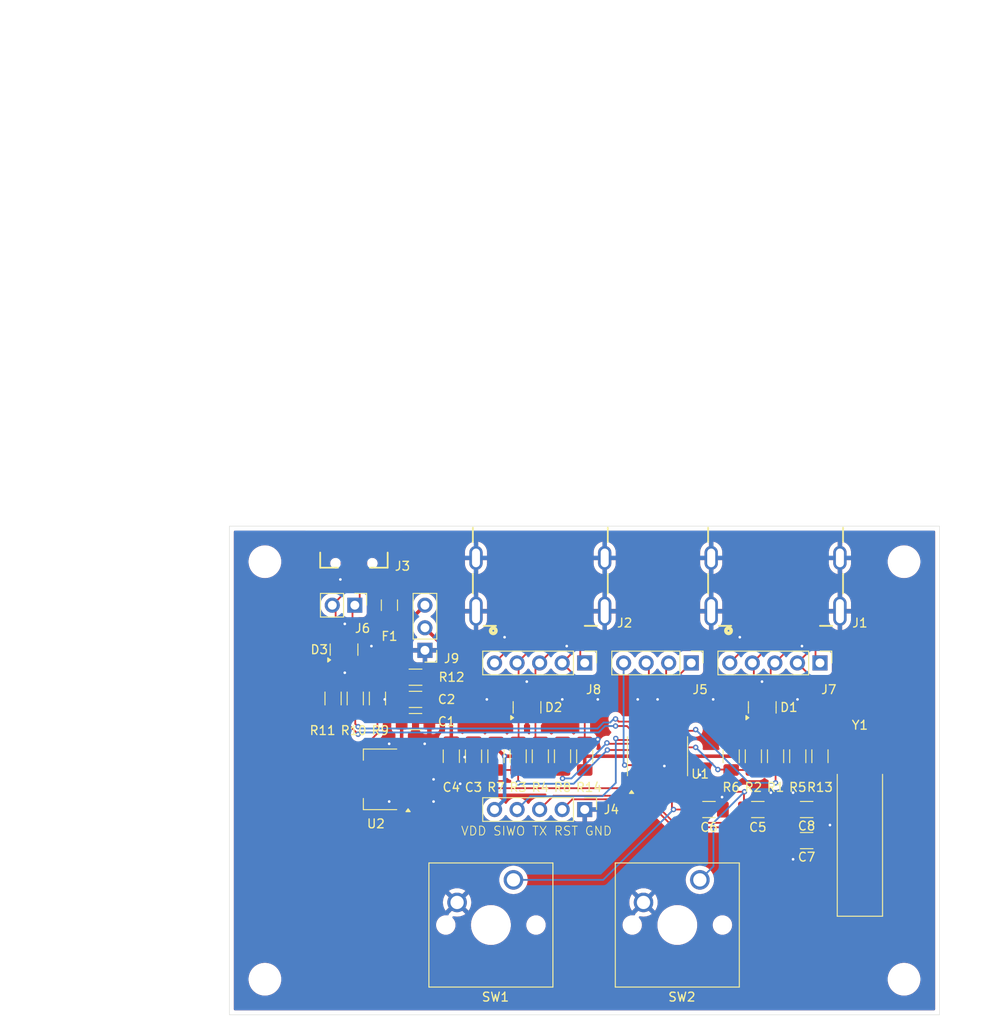
<source format=kicad_pcb>
(kicad_pcb (version 20240108) (generator "pcbnew") (generator_version "8.0")
  (layers (0 "F.Cu" signal) (31 "B.Cu" signal) (34 "B.Paste" user) (35 "F.Paste" user) (36 "B.SilkS" user "B.Silkscreen") (37 "F.SilkS" user "F.Silkscreen") (38 "B.Mask" user) (39 "F.Mask" user) (44 "Edge.Cuts" user))
  (property "SHEETTOTAL" "0")
  (net 0 "")
  (net 1 "+5V")
  (net 2 "GND")
  (net 3 "VDD")
  (net 4 "SW2")
  (net 5 "SW1")
  (net 6 "OSCI")
  (net 7 "OSCO")
  (net 8 "SCL1")
  (net 9 "SDA1")
  (net 10 "SCL2")
  (net 11 "D+")
  (net 12 "D-")
  (net 13 "Net-(J3-VBUS)")
  (net 15 "CEC1")
  (net 19 "PWR1")
  (net 22 "HPD1")
  (net 31 "HPD2")
  (net 34 "PWR2")
  (net 36 "CEC2")
  (net 39 "SWIO")
  (net 40 "NRST")
  (net 41 "TX")
  (net 42 "PC4")
  (net 43 "PD6")
  (net 44 "PC7")
  (net 45 "PC3")
  (net 46 "Net-(U1-PC1)")
  (net 47 "Net-(U1-PC2)")
  (net 48 "Net-(U1-PC5)")
  (net 49 "Net-(U1-PC6)")
  (net 50 "SDA2")
  (net 51 "/USB DPU")
  (net 52 "/USB D-")
  (net 53 "/USB D+")
  (footprint "Resistor_SMD:R_1206_3216Metric_Pad1.30x1.75mm_HandSolder" (layer "F.Cu") (at 135.528272 95.896728 -90)
    (property "Reference" "R8")
    (property "Value" "NC")
  )
  (footprint "Resistor_SMD:R_1206_3216Metric_Pad1.30x1.75mm_HandSolder" (layer "F.Cu") (at 130.528272 95.896728 -90)
    (property "Reference" "R3")
    (property "Value" "22R")
  )
  (footprint "Capacitor_SMD:C_1206_3216Metric_Pad1.33x1.80mm_HandSolder" (layer "F.Cu") (at 163.028272 101.896728 180)
    (property "Reference" "C8")
    (property "Value" "22p")
  )
  (footprint "Capacitor_SMD:C_1206_3216Metric_Pad1.33x1.80mm_HandSolder" (layer "F.Cu") (at 118.965772 89.5)
    (property "Reference" "C2")
    (property "Value" "1u")
  )
  (footprint "Connector_PinHeader_2.54mm:PinHeader_1x05_P2.54mm_Vertical" (layer "F.Cu") (at 164.528272 85.396728 -90)
    (property "Reference" "J7")
    (property "Value" "HDMI1")
  )
  (footprint "Crystal:Crystal_SMD_HC49-SD_HandSoldering" (layer "F.Cu") (at 169.028272 103.834228 90)
    (property "Reference" "Y1")
    (property "Value" "24 MHz")
  )
  (footprint "Button_Switch_Keyboard:SW_Cherry_MX_1.00u_PCB" (layer "F.Cu") (at 151 109.816728)
    (property "Reference" "SW2")
    (property "Value" "SW_Push")
  )
  (footprint "Resistor_SMD:R_1206_3216Metric_Pad1.30x1.75mm_HandSolder" (layer "F.Cu") (at 133.028272 95.896728 -90)
    (property "Reference" "R4")
    (property "Value" "22R")
  )
  (footprint "Resistor_SMD:R_1206_3216Metric_Pad1.30x1.75mm_HandSolder" (layer "F.Cu") (at 164.528272 95.896728 90)
    (property "Reference" "R13")
    (property "Value" "NC")
  )
  (footprint "685119134923:685119134923" (layer "F.Cu") (at 133.028272 80.371728 180)
    (property "Reference" "J2")
    (property "Value" "685119134923")
    (property "VALUE" "685119134923" (hide yes))
  )
  (footprint "Package_SO:TSSOP-20_4.4x6.5mm_P0.65mm" (layer "F.Cu") (at 146.228272 95.896728 90)
    (property "Reference" "U1")
    (property "Value" "CH32V003FxPx")
  )
  (footprint "Connector_PinHeader_2.54mm:PinHeader_1x05_P2.54mm_Vertical" (layer "F.Cu") (at 138.028272 85.396728 -90)
    (property "Reference" "J8")
    (property "Value" "HDMI2")
  )
  (footprint "685119134923:685119134923" (layer "F.Cu") (at 159.528272 80.371728 180)
    (property "Reference" "J1")
    (property "Value" "685119134923")
    (property "VALUE" "685119134923" (hide yes))
  )
  (footprint "MountingHole:MountingHole_3.2mm_M3" (layer "F.Cu") (at 174 121)
    (property "Reference" "REF**" (hide yes))
    (property "Value" "MountingHole_3.2mm_M3")
  )
  (footprint "Package_TO_SOT_SMD:SOT-23" (layer "F.Cu") (at 131.528272 90.396728 90)
    (property "Reference" "D2")
    (property "Value" "NUP2105L")
  )
  (footprint "Connector_PinHeader_2.54mm:PinHeader_1x05_P2.54mm_Vertical" (layer "F.Cu") (at 138.028272 101.896728 -90)
    (property "Reference" "J4")
    (property "Value" "Debug")
  )
  (footprint "Resistor_SMD:R_1206_3216Metric_Pad1.30x1.75mm_HandSolder" (layer "F.Cu") (at 157.028272 95.896728 90)
    (property "Reference" "R2")
    (property "Value" "22R")
  )
  (footprint "MountingHole:MountingHole_3.2mm_M3" (layer "F.Cu") (at 102 74)
    (property "Reference" "REF**" (hide yes))
    (property "Value" "MountingHole_3.2mm_M3")
  )
  (footprint "Resistor_SMD:R_1206_3216Metric_Pad1.30x1.75mm_HandSolder" (layer "F.Cu") (at 159.528272 95.896728 90)
    (property "Reference" "R1")
    (property "Value" "22R")
  )
  (footprint "Fuse:Fuse_1206_3216Metric_Pad1.42x1.75mm_HandSolder" (layer "F.Cu") (at 116.028272 78.896728 -90)
    (property "Reference" "F1")
    (property "Value" "Polyfuse")
  )
  (footprint "Resistor_SMD:R_1206_3216Metric_Pad1.30x1.75mm_HandSolder" (layer "F.Cu") (at 138.028272 95.896728 90)
    (property "Reference" "R14")
    (property "Value" "NC")
  )
  (footprint "Resistor_SMD:R_1206_3216Metric_Pad1.30x1.75mm_HandSolder" (layer "F.Cu") (at 114.678272 89.396728 -90)
    (property "Reference" "R9")
    (property "Value" "1K5")
  )
  (footprint "MountingHole:MountingHole_3.2mm_M3" (layer "F.Cu") (at 102 121)
    (property "Reference" "REF**" (hide yes))
    (property "Value" "MountingHole_3.2mm_M3")
  )
  (footprint "Capacitor_SMD:C_1206_3216Metric_Pad1.33x1.80mm_HandSolder" (layer "F.Cu") (at 152.028272 101.896728)
    (property "Reference" "C6")
    (property "Value" "1n")
  )
  (footprint "Resistor_SMD:R_1206_3216Metric_Pad1.30x1.75mm_HandSolder" (layer "F.Cu") (at 162.028272 95.896728 -90)
    (property "Reference" "R5")
    (property "Value" "NC")
  )
  (footprint "Capacitor_SMD:C_1206_3216Metric_Pad1.33x1.80mm_HandSolder" (layer "F.Cu") (at 123 95.896728 -90)
    (property "Reference" "C4")
    (property "Value" "1u")
  )
  (footprint "Connector_PinHeader_2.54mm:PinHeader_1x02_P2.54mm_Vertical" (layer "F.Cu") (at 112.128272 78.896728 -90)
    (property "Reference" "J6")
    (property "Value" "USB")
  )
  (footprint "Resistor_SMD:R_1206_3216Metric_Pad1.30x1.75mm_HandSolder" (layer "F.Cu") (at 118.965772 87)
    (property "Reference" "R12")
    (property "Value" "NC")
  )
  (footprint "Capacitor_SMD:C_1206_3216Metric_Pad1.33x1.80mm_HandSolder" (layer "F.Cu") (at 157.528272 101.896728)
    (property "Reference" "C5")
    (property "Value" "1n")
  )
  (footprint "Capacitor_SMD:C_1206_3216Metric_Pad1.33x1.80mm_HandSolder" (layer "F.Cu") (at 163.028272 105.396728 180)
    (property "Reference" "C7")
    (property "Value" "22p")
  )
  (footprint "629105136821:629105136821" (layer "F.Cu") (at 112.028272 72.071728 180)
    (property "Reference" "J3")
    (property "Value" "629105136821")
    (property "VALUE" "629105136821" (hide yes))
  )
  (footprint "Resistor_SMD:R_1206_3216Metric_Pad1.30x1.75mm_HandSolder" (layer "F.Cu") (at 112.178272 89.396728 -90)
    (property "Reference" "R10")
    (property "Value" "22R")
  )
  (footprint "MountingHole:MountingHole_3.2mm_M3" (layer "F.Cu") (at 174 74)
    (property "Reference" "REF**" (hide yes))
    (property "Value" "MountingHole_3.2mm_M3")
  )
  (footprint "Button_Switch_Keyboard:SW_Cherry_MX_1.00u_PCB" (layer "F.Cu") (at 130 109.816728)
    (property "Reference" "SW1")
    (property "Value" "SW_Push")
  )
  (footprint "Connector_PinHeader_2.54mm:PinHeader_1x03_P2.54mm_Vertical" (layer "F.Cu") (at 120.028272 83.976728 180)
    (property "Reference" "J9")
    (property "Value" "Power")
  )
  (footprint "Resistor_SMD:R_1206_3216Metric_Pad1.30x1.75mm_HandSolder" (layer "F.Cu") (at 128.028272 95.896728 -90)
    (property "Reference" "R7")
    (property "Value" "NC")
  )
  (footprint "Package_TO_SOT_SMD:SOT-23" (layer "F.Cu") (at 158.028272 90.396728 90)
    (property "Reference" "D1")
    (property "Value" "NUP2105L")
  )
  (footprint "Resistor_SMD:R_1206_3216Metric_Pad1.30x1.75mm_HandSolder" (layer "F.Cu") (at 154.528272 95.896728 -90)
    (property "Reference" "R6")
    (property "Value" "NC")
  )
  (footprint "Capacitor_SMD:C_1206_3216Metric_Pad1.33x1.80mm_HandSolder" (layer "F.Cu") (at 118.965772 92)
    (property "Reference" "C1")
    (property "Value" "10u")
  )
  (footprint "Package_TO_SOT_SMD:SOT-23" (layer "F.Cu") (at 110.915772 83.896728 90)
    (property "Reference" "D3")
    (property "Value" "NUP2105L")
  )
  (footprint "Resistor_SMD:R_1206_3216Metric_Pad1.30x1.75mm_HandSolder" (layer "F.Cu") (at 109.678272 89.396728 -90)
    (property "Reference" "R11")
    (property "Value" "22R")
  )
  (footprint "Capacitor_SMD:C_1206_3216Metric_Pad1.33x1.80mm_HandSolder" (layer "F.Cu") (at 125.5 95.896728 -90)
    (property "Reference" "C3")
    (property "Value" "10u")
  )
  (footprint "Package_TO_SOT_SMD:SOT-223-3_TabPin2" (layer "F.Cu") (at 115 98.5 180)
    (property "Reference" "U2")
    (property "Value" "TLV1117-33")
  )
  (footprint "Connector_PinHeader_2.54mm:PinHeader_1x04_P2.54mm_Vertical" (layer "F.Cu") (at 150.028272 85.396728 -90)
    (property "Reference" "J5")
    (property "Value" "GPIO")
  )
  (gr_rect (start 98 70) (end 178 125) (stroke (width 0.05)) (fill none) (layer "Edge.Cuts"))
  (gr_text "VDD SIWO TX RST GND" (at 124.028272 104.896728 0) (layer "F.SilkS") (effects (font (size 1 1) (thickness 0.1)) (justify left bottom)))
  (segment (start 116.028272 80.384228) (end 118.540772 80.384228) (width 0.4) (layer "F.Cu") (net 1))
  (segment (start 117.403272 92) (end 117.403272 89.5) (width 0.4) (layer "F.Cu") (net 1))
  (segment (start 117.303272 92.1) (end 117.403272 92) (width 0.4) (layer "F.Cu") (net 1))
  (segment (start 116.028272 80.384228) (end 116.028272 85.6125) (width 0.4) (layer "F.Cu") (net 1))
  (segment (start 117.403272 89.5) (end 117.403272 87.0125) (width 0.4) (layer "F.Cu") (net 1))
  (segment (start 117.403272 87.0125) (end 117.415772 87) (width 0.4) (layer "F.Cu") (net 1))
  (segment (start 117.403272 95.453272) (end 118.15 96.2) (width 0.4) (layer "F.Cu") (net 1))
  (segment (start 118.540772 80.384228) (end 120.028272 78.896728) (width 0.4) (layer "F.Cu") (net 1))
  (segment (start 116.028272 85.6125) (end 117.415772 87) (width 0.4) (layer "F.Cu") (net 1))
  (segment (start 117.403272 92.896728) (end 117.403272 95.453272) (width 0.4) (layer "F.Cu") (net 1))
  (segment (start 129.028272 80.371728) (end 129.028272 82.471728) (width 0.2) (layer "F.Cu") (net 2))
  (segment (start 132 82.5) (end 130.5 82.5) (width 0.2) (layer "F.Cu") (net 2))
  (segment (start 133.528272 80.371728) (end 133.528272 81.911728) (width 0.2) (layer "F.Cu") (net 2))
  (segment (start 163.028272 80.371728) (end 163.028272 82.971728) (width 0.2) (layer "F.Cu") (net 2))
  (segment (start 110.728272 74.396728) (end 110.718221 74.396728) (width 0.2) (layer "F.Cu") (net 2))
  (segment (start 157.028272 82.471728) (end 157 82.5) (width 0.2) (layer "F.Cu") (net 2))
  (segment (start 147.203272 97.203272) (end 147 97) (width 0.2) (layer "F.Cu") (net 2))
  (segment (start 110.728272 74.396728) (end 110.728272 71.821728) (width 0.4) (layer "F.Cu") (net 2))
  (segment (start 132.028272 80.371728) (end 132.028272 82.471728) (width 0.2) (layer "F.Cu") (net 2))
  (segment (start 130.528272 82.471728) (end 130.5 82.5) (width 0.2) (layer "F.Cu") (net 2))
  (segment (start 130.528272 80.371728) (end 130.528272 82.471728) (width 0.2) (layer "F.Cu") (net 2))
  (segment (start 110.728272 74.396728) (end 110.728272 75.771728) (width 0.4) (layer "F.Cu") (net 2))
  (segment (start 155.528272 80.371728) (end 155.528272 82.471728) (width 0.2) (layer "F.Cu") (net 2))
  (segment (start 157.028272 80.371728) (end 157.028272 82.471728) (width 0.2) (layer "F.Cu") (net 2))
  (segment (start 152.5 100.5) (end 152 101) (width 0.4) (layer "F.Cu") (net 2))
  (segment (start 132.94 82.5) (end 132 82.5) (width 0.2) (layer "F.Cu") (net 2))
  (segment (start 155.528272 82.471728) (end 155.5 82.5) (width 0.2) (layer "F.Cu") (net 2))
  (segment (start 129.028272 82.471728) (end 129 82.5) (width 0.2) (layer "F.Cu") (net 2))
  (segment (start 153.5 100.5) (end 153.5 101.805956) (width 0.4) (layer "F.Cu") (net 2))
  (segment (start 160.028272 81.911728) (end 159.44 82.5) (width 0.2) (layer "F.Cu") (net 2))
  (segment (start 159.44 82.5) (end 158.5 82.5) (width 0.2) (layer "F.Cu") (net 2))
  (segment (start 130.5 82.5) (end 129 82.5) (width 0.2) (layer "F.Cu") (net 2))
  (segment (start 147.203272 98.759228) (end 147.203272 97.203272) (width 0.2) (layer "F.Cu") (net 2))
  (segment (start 157 82.5) (end 155.5 82.5) (width 0.2) (layer "F.Cu") (net 2))
  (segment (start 158.5 82.5) (end 157 82.5) (width 0.2) (layer "F.Cu") (net 2))
  (segment (start 110.728272 71.821728) (end 110.828272 71.721728) (width 0.2) (layer "F.Cu") (net 2))
  (segment (start 163.028272 82.971728) (end 162.5 83.5) (width 0.2) (layer "F.Cu") (net 2))
  (segment (start 136.528272 80.371728) (end 136.528272 82.971728) (width 0.2) (layer "F.Cu") (net 2))
  (segment (start 158.528272 80.371728) (end 158.528272 82.471728) (width 0.2) (layer "F.Cu") (net 2))
  (segment (start 136.528272 82.971728) (end 136 83.5) (width 0.2) (layer "F.Cu") (net 2))
  (segment (start 132.028272 82.471728) (end 132 82.5) (width 0.2) (layer "F.Cu") (net 2))
  (segment (start 153.5 100.5) (end 152.5 100.5) (width 0.4) (layer "F.Cu") (net 2))
  (segment (start 110.728272 75.771728) (end 110.5 76) (width 0.4) (layer "F.Cu") (net 2))
  (segment (start 160.028272 80.371728) (end 160.028272 81.911728) (width 0.2) (layer "F.Cu") (net 2))
  (segment (start 158.528272 82.471728) (end 158.5 82.5) (width 0.2) (layer "F.Cu") (net 2))
  (segment (start 133.528272 81.911728) (end 132.94 82.5) (width 0.2) (layer "F.Cu") (net 2))
  (segment (start 153.5 101.805956) (end 153.590772 101.896728) (width 0.4) (layer "F.Cu") (net 2))
  (via (at 111 81) (size 0.6) (drill 0.3) (layers "F.Cu" "B.Cu") (net 2))
  (via (at 147 97) (size 0.6) (drill 0.3) (layers "F.Cu" "B.Cu") (net 2))
  (via (at 159 100) (size 0.6) (drill 0.3) (layers "F.Cu" "B.Cu") (net 2))
  (via (at 161.5 107.5) (size 0.6) (drill 0.3) (layers "F.Cu" "B.Cu") (net 2))
  (via (at 139.5 94) (size 0.6) (drill 0.3) (layers "F.Cu" "B.Cu") (net 2))
  (via (at 139.5 89.5) (size 0.6) (drill 0.3) (layers "F.Cu" "B.Cu") (net 2))
  (via (at 165.653982 103.645784) (size 0.6) (drill 0.3) (layers "F.Cu" "B.Cu") (net 2))
  (via (at 135.5 89.5) (size 0.6) (drill 0.3) (layers "F.Cu" "B.Cu") (net 2))
  (via (at 121 101) (size 0.6) (drill 0.3) (layers "F.Cu" "B.Cu") (net 2))
  (via (at 152.5 89.5) (size 0.6) (drill 0.3) (layers "F.Cu" "B.Cu") (net 2))
  (via (at 120 94.5) (size 0.6) (drill 0.3) (layers "F.Cu" "B.Cu") (net 2))
  (via (at 129 82.5) (size 0.6) (drill 0.3) (layers "F.Cu" "B.Cu") (net 2))
  (via (at 114 83.5) (size 0.6) (drill 0.3) (layers "F.Cu" "B.Cu") (net 2))
  (via (at 144 89.5) (size 0.6) (drill 0.3) (layers "F.Cu" "B.Cu") (net 2))
  (via (at 116 94.5) (size 0.6) (drill 0.3) (layers "F.Cu" "B.Cu") (net 2))
  (via (at 146.236807 89.5) (size 0.6) (drill 0.3) (layers "F.Cu" "B.Cu") (net 2))
  (via (at 110.5 76) (size 0.6) (drill 0.3) (layers "F.Cu" "B.Cu") (net 2))
  (via (at 116 101) (size 0.6) (drill 0.3) (layers "F.Cu" "B.Cu") (net 2))
  (via (at 115.5 89.5) (size 0.6) (drill 0.3) (layers "F.Cu" "B.Cu") (net 2))
  (via (at 111 86.5) (size 0.6) (drill 0.3) (layers "F.Cu" "B.Cu") (net 2))
  (via (at 124 99) (size 0.6) (drill 0.3) (layers "F.Cu" "B.Cu") (net 2))
  (via (at 124.5 96) (size 0.6) (drill 0.3) (layers "F.Cu" "B.Cu") (net 2))
  (via (at 162 89.5) (size 0.6) (drill 0.3) (layers "F.Cu" "B.Cu") (net 2))
  (via (at 162.5 83.5) (size 0.6) (drill 0.3) (layers "F.Cu" "B.Cu") (net 2))
  (via (at 151 98) (size 0.6) (drill 0.3) (layers "F.Cu" "B.Cu") (net 2))
  (via (at 121 98.5) (size 0.6) (drill 0.3) (layers "F.Cu" "B.Cu") (net 2))
  (via (at 161.5 100) (size 0.6) (drill 0.3) (layers "F.Cu" "B.Cu") (net 2))
  (via (at 153.5 100.5) (size 0.6) (drill 0.3) (layers "F.Cu" "B.Cu") (net 2))
  (via (at 131.5 87.5) (size 0.6) (drill 0.3) (layers "F.Cu" "B.Cu") (net 2))
  (via (at 127 89.5) (size 0.6) (drill 0.3) (layers "F.Cu" "B.Cu") (net 2))
  (via (at 158 87.5) (size 0.6) (drill 0.3) (layers "F.Cu" "B.Cu") (net 2))
  (via (at 155.5 82.5) (size 0.6) (drill 0.3) (layers "F.Cu" "B.Cu") (net 2))
  (via (at 136 83.5) (size 0.6) (drill 0.3) (layers "F.Cu" "B.Cu") (net 2))
  (segment (start 125.5 94.334228) (end 128.015772 94.334228) (width 0.4) (layer "F.Cu") (net 3))
  (segment (start 148.503272 98.759228) (end 148.503272 95.921728) (width 0.4) (layer "F.Cu") (net 3))
  (segment (start 135.528272 94.346728) (end 135.528272 95.896728) (width 0.4) (layer "F.Cu") (net 3))
  (segment (start 120.515772 87) (end 123 87) (width 0.4) (layer "F.Cu") (net 3))
  (segment (start 138.028272 95.896728) (end 148.528272 95.896728) (width 0.4) (layer "F.Cu") (net 3))
  (segment (start 162.028272 95.896728) (end 162.978272 95.896728) (width 0.4) (layer "F.Cu") (net 3))
  (segment (start 154.528272 95.896728) (end 162.028272 95.896728) (width 0.4) (layer "F.Cu") (net 3))
  (segment (start 135.528272 95.896728) (end 138.028272 95.896728) (width 0.4) (layer "F.Cu") (net 3))
  (segment (start 128.028272 94.346728) (end 128.028272 94.925) (width 0.4) (layer "F.Cu") (net 3))
  (segment (start 123 87) (end 123 84.408456) (width 0.4) (layer "F.Cu") (net 3))
  (segment (start 123 94.334228) (end 125.5 94.334228) (width 0.4) (layer "F.Cu") (net 3))
  (segment (start 129 95.896728) (end 135.528272 95.896728) (width 0.4) (layer "F.Cu") (net 3))
  (segment (start 123 94.334228) (end 123 87) (width 0.4) (layer "F.Cu") (net 3))
  (segment (start 138.028272 97.446728) (end 138.028272 95.896728) (width 0.4) (layer "F.Cu") (net 3))
  (segment (start 118.834228 98.5) (end 123 94.334228) (width 0.4) (layer "F.Cu") (net 3))
  (segment (start 128.028272 94.925) (end 129 95.896728) (width 0.4) (layer "F.Cu") (net 3))
  (segment (start 154.528272 94.346728) (end 154.528272 95.896728) (width 0.4) (layer "F.Cu") (net 3))
  (segment (start 118.15 98.5) (end 118.834228 98.5) (width 0.4) (layer "F.Cu") (net 3))
  (segment (start 162.028272 94.346728) (end 162.028272 95.896728) (width 0.4) (layer "F.Cu") (net 3))
  (segment (start 123 84.408456) (end 120.028272 81.436728) (width 0.4) (layer "F.Cu") (net 3))
  (segment (start 148.503272 95.921728) (end 148.528272 95.896728) (width 0.4) (layer "F.Cu") (net 3))
  (segment (start 148.528272 95.896728) (end 154.528272 95.896728) (width 0.4) (layer "F.Cu") (net 3))
  (segment (start 111.85 98.5) (end 118.15 98.5) (width 0.4) (layer "F.Cu") (net 3))
  (segment (start 162.978272 95.896728) (end 164.528272 97.446728) (width 0.4) (layer "F.Cu") (net 3))
  (segment (start 128.015772 94.334228) (end 128.028272 94.346728) (width 0.4) (layer "F.Cu") (net 3))
  (via (at 129 95.896728) (size 0.6) (drill 0.3) (layers "F.Cu" "B.Cu") (net 3))
  (segment (start 127.868272 101.896728) (end 129 100.765) (width 0.4) (layer "B.Cu") (net 3))
  (segment (start 129 100.765) (end 129 95.896728) (width 0.4) (layer "B.Cu") (net 3))
  (segment (start 155.965772 101.896728) (end 155.965772 99.959228) (width 0.2) (layer "F.Cu") (net 4))
  (segment (start 155.965772 99.959228) (end 156.028272 99.896728) (width 0.2) (layer "F.Cu") (net 4))
  (segment (start 150.290772 99.896728) (end 149.153272 98.759228) (width 0.2) (layer "F.Cu") (net 4))
  (segment (start 156.028272 99.896728) (end 150.290772 99.896728) (width 0.2) (layer "F.Cu") (net 4))
  (via (at 156.028272 99.896728) (size 0.6) (drill 0.3) (layers "F.Cu" "B.Cu") (net 4))
  (segment (start 151 109.816728) (end 152.528272 108.288456) (width 0.2) (layer "B.Cu") (net 4))
  (segment (start 152.528272 103.396728) (end 156.028272 99.896728) (width 0.2) (layer "B.Cu") (net 4))
  (segment (start 152.528272 108.288456) (end 152.528272 103.396728) (width 0.2) (layer "B.Cu") (net 4))
  (segment (start 150.465772 101.896728) (end 148.028272 101.896728) (width 0.2) (layer "F.Cu") (net 5))
  (segment (start 147.853272 101.721728) (end 147.853272 98.759228) (width 0.2) (layer "F.Cu") (net 5))
  (segment (start 148.028272 101.896728) (end 147.853272 101.721728) (width 0.2) (layer "F.Cu") (net 5))
  (via (at 148.028272 101.896728) (size 0.6) (drill 0.3) (layers "F.Cu" "B.Cu") (net 5))
  (segment (start 130 109.816728) (end 140.108272 109.816728) (width 0.2) (layer "B.Cu") (net 5))
  (segment (start 140.108272 109.816728) (end 148.028272 101.896728) (width 0.2) (layer "B.Cu") (net 5))
  (segment (start 169.028272 109.771728) (end 169.028272 106.396728) (width 0.2) (layer "F.Cu") (net 6))
  (segment (start 148.028272 103.896728) (end 145.903272 101.771728) (width 0.2) (layer "F.Cu") (net 6))
  (segment (start 164.590772 105.396728) (end 163.090772 103.896728) (width 0.2) (layer "F.Cu") (net 6))
  (segment (start 169.028272 106.396728) (end 165.590772 106.396728) (width 0.2) (layer "F.Cu") (net 6))
  (segment (start 163.090772 103.896728) (end 148.028272 103.896728) (width 0.2) (layer "F.Cu") (net 6))
  (segment (start 165.590772 106.396728) (end 164.590772 105.396728) (width 0.2) (layer "F.Cu") (net 6))
  (segment (start 145.903272 101.771728) (end 145.903272 98.759228) (width 0.2) (layer "F.Cu") (net 6))
  (segment (start 148.093958 103.396728) (end 146.553272 101.856042) (width 0.2) (layer "F.Cu") (net 7))
  (segment (start 164.590772 101.896728) (end 163.090772 103.396728) (width 0.2) (layer "F.Cu") (net 7))
  (segment (start 163.090772 103.396728) (end 148.093958 103.396728) (width 0.2) (layer "F.Cu") (net 7))
  (segment (start 146.553272 101.856042) (end 146.553272 98.759228) (width 0.2) (layer "F.Cu") (net 7))
  (segment (start 165.090772 101.396728) (end 164.590772 101.896728) (width 0.2) (layer "F.Cu") (net 7))
  (segment (start 169.028272 101.396728) (end 165.090772 101.396728) (width 0.2) (layer "F.Cu") (net 7))
  (segment (start 169.028272 97.896728) (end 169.028272 101.396728) (width 0.2) (layer "F.Cu") (net 7))
  (segment (start 157.078272 91.334228) (end 157.078272 94.296728) (width 0.2) (layer "F.Cu") (net 8))
  (segment (start 157.078272 91.334228) (end 157.078272 85.566728) (width 0.2) (layer "F.Cu") (net 8))
  (segment (start 158.508272 83.796728) (end 156.908272 85.396728) (width 0.2) (layer "F.Cu") (net 8))
  (segment (start 157.078272 94.296728) (end 157.028272 94.346728) (width 0.2) (layer "F.Cu") (net 8))
  (segment (start 162.028272 80.371728) (end 162.028272 81.911728) (width 0.2) (layer "F.Cu") (net 8))
  (segment (start 157.078272 85.566728) (end 156.908272 85.396728) (width 0.2) (layer "F.Cu") (net 8))
  (segment (start 160.143272 83.796728) (end 158.508272 83.796728) (width 0.2) (layer "F.Cu") (net 8))
  (segment (start 162.028272 81.911728) (end 160.143272 83.796728) (width 0.2) (layer "F.Cu") (net 8))
  (segment (start 158.978272 93.796728) (end 159.528272 94.346728) (width 0.2) (layer "F.Cu") (net 9))
  (segment (start 158.978272 91.334228) (end 158.978272 93.796728) (width 0.2) (layer "F.Cu") (net 9))
  (segment (start 158.978272 91.334228) (end 158.978272 85.866728) (width 0.2) (layer "F.Cu") (net 9))
  (segment (start 162.528272 82.316728) (end 159.448272 85.396728) (width 0.2) (layer "F.Cu") (net 9))
  (segment (start 158.978272 85.866728) (end 159.448272 85.396728) (width 0.2) (layer "F.Cu") (net 9))
  (segment (start 162.528272 80.371728) (end 162.528272 82.316728) (width 0.2) (layer "F.Cu") (net 9))
  (segment (start 133.543272 83.896728) (end 131.908272 83.896728) (width 0.2) (layer "F.Cu") (net 10))
  (segment (start 135.528272 81.911728) (end 133.543272 83.896728) (width 0.2) (layer "F.Cu") (net 10))
  (segment (start 131.908272 83.896728) (end 130.408272 85.396728) (width 0.2) (layer "F.Cu") (net 10))
  (segment (start 135.528272 80.371728) (end 135.528272 81.911728) (width 0.2) (layer "F.Cu") (net 10))
  (segment (start 130.578272 91.334228) (end 130.578272 85.566728) (width 0.2) (layer "F.Cu") (net 10))
  (segment (start 130.578272 94.296728) (end 130.528272 94.346728) (width 0.2) (layer "F.Cu") (net 10))
  (segment (start 130.578272 91.334228) (end 130.578272 94.296728) (width 0.2) (layer "F.Cu") (net 10))
  (segment (start 130.578272 85.566728) (end 130.408272 85.396728) (width 0.2) (layer "F.Cu") (net 10))
  (segment (start 109.965772 84.834228) (end 109.965772 79.274228) (width 0.2) (layer "F.Cu") (net 11))
  (segment (start 109.965772 79.274228) (end 109.588272 78.896728) (width 0.2) (layer "F.Cu") (net 11))
  (segment (start 109.563272 79.221728) (end 109.563272 79.281728) (width 0.2) (layer "F.Cu") (net 11))
  (segment (start 112.028272 76.456728) (end 109.588272 78.896728) (width 0.2) (layer "F.Cu") (net 11))
  (segment (start 112.028272 74.396728) (end 112.028272 76.456728) (width 0.2) (layer "F.Cu") (net 11))
  (segment (start 109.965772 87.559228) (end 109.678272 87.846728) (width 0.2) (layer "F.Cu") (net 11))
  (segment (start 109.965772 84.834228) (end 109.965772 87.559228) (width 0.2) (layer "F.Cu") (net 11))
  (segment (start 111.865772 84.834228) (end 111.865772 87.534228) (width 0.2) (layer "F.Cu") (net 12))
  (segment (start 111.865772 87.534228) (end 112.178272 87.846728) (width 0.2) (layer "F.Cu") (net 12))
  (segment (start 111.865772 79.159228) (end 112.128272 78.896728) (width 0.2) (layer "F.Cu") (net 12))
  (segment (start 112.678272 78.346728) (end 112.128272 78.896728) (width 0.2) (layer "F.Cu") (net 12))
  (segment (start 111.865772 84.834228) (end 111.865772 79.159228) (width 0.2) (layer "F.Cu") (net 12))
  (segment (start 111.865772 79.459228) (end 112.103272 79.221728) (width 0.2) (layer "F.Cu") (net 12))
  (segment (start 112.678272 74.396728) (end 112.678272 78.346728) (width 0.2) (layer "F.Cu") (net 12))
  (segment (start 112.178272 87.846728) (end 114.678272 87.846728) (width 0.2) (layer "F.Cu") (net 12))
  (segment (start 113.328272 75.371728) (end 115.365772 77.409228) (width 0.4) (layer "F.Cu") (net 13))
  (segment (start 115.365772 77.409228) (end 116.028272 77.409228) (width 0.4) (layer "F.Cu") (net 13))
  (segment (start 113.328272 74.396728) (end 113.328272 75.371728) (width 0.4) (layer "F.Cu") (net 13))
  (segment (start 161.028272 80.371728) (end 161.028272 81.911728) (width 0.2) (layer "F.Cu") (net 15))
  (segment (start 161.028272 81.911728) (end 159.543272 83.396728) (width 0.2) (layer "F.Cu") (net 15))
  (segment (start 159.543272 83.396728) (end 156.368272 83.396728) (width 0.2) (layer "F.Cu") (net 15))
  (segment (start 156.368272 83.396728) (end 154.368272 85.396728) (width 0.2) (layer "F.Cu") (net 15))
  (segment (start 163.528272 80.371728) (end 163.528272 83.856728) (width 0.2) (layer "F.Cu") (net 19))
  (segment (start 164.528272 87.936728) (end 161.988272 85.396728) (width 0.2) (layer "F.Cu") (net 19))
  (segment (start 164.528272 94.346728) (end 164.528272 87.936728) (width 0.2) (layer "F.Cu") (net 19))
  (segment (start 163.528272 83.856728) (end 161.988272 85.396728) (width 0.2) (layer "F.Cu") (net 19))
  (segment (start 164.028272 80.371728) (end 164.028272 84.896728) (width 0.2) (layer "F.Cu") (net 22))
  (segment (start 164.028272 84.896728) (end 164.528272 85.396728) (width 0.2) (layer "F.Cu") (net 22))
  (segment (start 137.528272 84.896728) (end 138.028272 85.396728) (width 0.2) (layer "F.Cu") (net 31))
  (segment (start 137.528272 80.371728) (end 137.528272 84.896728) (width 0.2) (layer "F.Cu") (net 31))
  (segment (start 138.028272 94.346728) (end 138.028272 87.936728) (width 0.2) (layer "F.Cu") (net 34))
  (segment (start 136.508272 84.376728) (end 135.488272 85.396728) (width 0.2) (layer "F.Cu") (net 34))
  (segment (start 137.028272 83.856728) (end 136.508272 84.376728) (width 0.2) (layer "F.Cu") (net 34))
  (segment (start 138.028272 87.936728) (end 135.488272 85.396728) (width 0.2) (layer "F.Cu") (net 34))
  (segment (start 137.028272 80.371728) (end 137.028272 83.856728) (width 0.2) (layer "F.Cu") (net 34))
  (segment (start 134.528272 80.371728) (end 134.528272 81.911728) (width 0.2) (layer "F.Cu") (net 36))
  (segment (start 133.043272 83.396728) (end 129.868272 83.396728) (width 0.2) (layer "F.Cu") (net 36))
  (segment (start 129.868272 83.396728) (end 127.868272 85.396728) (width 0.2) (layer "F.Cu") (net 36))
  (segment (start 134.528272 81.911728) (end 133.043272 83.396728) (width 0.2) (layer "F.Cu") (net 36))
  (segment (start 144.303271 94.071728) (end 144.603272 93.771727) (width 0.2) (layer "F.Cu") (net 39))
  (segment (start 141.703272 94.071728) (end 144.303271 94.071728) (width 0.2) (layer "F.Cu") (net 39))
  (segment (start 141.528272 93.896728) (end 141.703272 94.071728) (width 0.2) (layer "F.Cu") (net 39))
  (segment (start 144.603272 93.771727) (end 144.603272 93.034228) (width 0.2) (layer "F.Cu") (net 39))
  (via (at 141.528272 93.896728) (size 0.6) (drill 0.3) (layers "F.Cu" "B.Cu") (net 39))
  (segment (start 141.528272 93.896728) (end 141.528272 98.896728) (width 0.2) (layer "B.Cu") (net 39))
  (segment (start 140.028272 100.396728) (end 131.908272 100.396728) (width 0.2) (layer "B.Cu") (net 39))
  (segment (start 130.408272 101.896728) (end 130.528272 101.896728) (width 0.2) (layer "B.Cu") (net 39))
  (segment (start 131.908272 100.396728) (end 130.408272 101.896728) (width 0.2) (layer "B.Cu") (net 39))
  (segment (start 141.528272 98.896728) (end 140.028272 100.396728) (width 0.2) (layer "B.Cu") (net 39))
  (segment (start 145.253272 99.671728) (end 144.178272 100.746728) (width 0.2) (layer "F.Cu") (net 40))
  (segment (start 145.253272 98.759228) (end 145.253272 99.671728) (width 0.2) (layer "F.Cu") (net 40))
  (segment (start 136.638272 100.746728) (end 135.488272 101.896728) (width 0.2) (layer "F.Cu") (net 40))
  (segment (start 144.178272 100.746728) (end 136.638272 100.746728) (width 0.2) (layer "F.Cu") (net 40))
  (segment (start 143.103271 100.346728) (end 134.498272 100.346728) (width 0.2) (layer "F.Cu") (net 41))
  (segment (start 143.953272 98.759228) (end 143.953272 99.496727) (width 0.2) (layer "F.Cu") (net 41))
  (segment (start 134.498272 100.346728) (end 132.948272 101.896728) (width 0.2) (layer "F.Cu") (net 41))
  (segment (start 143.953272 99.496727) (end 143.103271 100.346728) (width 0.2) (layer "F.Cu") (net 41))
  (segment (start 147.203272 85.681728) (end 147.488272 85.396728) (width 0.2) (layer "F.Cu") (net 42))
  (segment (start 147.203272 93.034228) (end 147.203272 85.681728) (width 0.2) (layer "F.Cu") (net 42))
  (segment (start 142.528272 96.896728) (end 143.396728 96.896728) (width 0.2) (layer "F.Cu") (net 43))
  (segment (start 144.603272 98.103272) (end 144.603272 98.759228) (width 0.2) (layer "F.Cu") (net 43))
  (segment (start 143.396728 96.896728) (end 144.603272 98.103272) (width 0.2) (layer "F.Cu") (net 43))
  (via (at 142.528272 96.896728) (size 0.6) (drill 0.3) (layers "F.Cu" "B.Cu") (net 43))
  (segment (start 142.408272 96.776728) (end 142.408272 85.396728) (width 0.2) (layer "B.Cu") (net 43))
  (segment (start 142.528272 96.896728) (end 142.408272 96.776728) (width 0.2) (layer "B.Cu") (net 43))
  (segment (start 145.253272 93.034228) (end 145.253272 85.701728) (width 0.2) (layer "F.Cu") (net 44))
  (segment (start 145.253272 85.701728) (end 144.948272 85.396728) (width 0.2) (layer "F.Cu") (net 44))
  (segment (start 147.853272 87.571728) (end 150.028272 85.396728) (width 0.2) (layer "F.Cu") (net 45))
  (segment (start 147.853272 93.034228) (end 147.853272 87.571728) (width 0.2) (layer "F.Cu") (net 45))
  (segment (start 159.528272 97.446728) (end 162.028272 97.446728) (width 0.2) (layer "F.Cu") (net 46))
  (segment (start 159.528272 98.896728) (end 159.528272 97.446728) (width 0.2) (layer "F.Cu") (net 46))
  (segment (start 150.390772 93.034228) (end 150.528272 92.896728) (width 0.2) (layer "F.Cu") (net 46))
  (segment (start 149.153272 93.034228) (end 150.390772 93.034228) (width 0.2) (layer "F.Cu") (net 46))
  (via (at 150.528272 92.896728) (size 0.6) (drill 0.3) (layers "F.Cu" "B.Cu") (net 46))
  (via (at 159.528272 98.896728) (size 0.6) (drill 0.3) (layers "F.Cu" "B.Cu") (net 46))
  (segment (start 150.528272 92.896728) (end 156.528272 98.896728) (width 0.2) (layer "B.Cu") (net 46))
  (segment (start 156.528272 98.896728) (end 159.528272 98.896728) (width 0.2) (layer "B.Cu") (net 46))
  (segment (start 154.528272 97.446728) (end 157.028272 97.446728) (width 0.2) (layer "F.Cu") (net 47))
  (segment (start 148.503272 93.034228) (end 148.503272 93.771727) (width 0.2) (layer "F.Cu") (net 47))
  (segment (start 148.503272 93.771727) (end 149.628273 94.896728) (width 0.2) (layer "F.Cu") (net 47))
  (segment (start 154.478272 97.396728) (end 154.528272 97.446728) (width 0.2) (layer "F.Cu") (net 47))
  (segment (start 149.628273 94.896728) (end 150.528272 94.896728) (width 0.2) (layer "F.Cu") (net 47))
  (segment (start 153.028272 97.396728) (end 154.478272 97.396728) (width 0.2) (layer "F.Cu") (net 47))
  (via (at 153.028272 97.396728) (size 0.6) (drill 0.3) (layers "F.Cu" "B.Cu") (net 47))
  (via (at 150.528272 94.896728) (size 0.6) (drill 0.3) (layers "F.Cu" "B.Cu") (net 47))
  (segment (start 150.528272 94.896728) (end 153.028272 97.396728) (width 0.2) (layer "B.Cu") (net 47))
  (segment (start 146.553272 93.771727) (end 145.128271 95.196728) (width 0.2) (layer "F.Cu") (net 48))
  (segment (start 130.528272 97.446728) (end 128.028272 97.446728) (width 0.2) (layer "F.Cu") (net 48))
  (segment (start 146.553272 93.034228) (end 146.553272 93.771727) (width 0.2) (layer "F.Cu") (net 48))
  (segment (start 145.128271 95.196728) (end 140.576799 95.196728) (width 0.2) (layer "F.Cu") (net 48))
  (segment (start 130.528272 98.896728) (end 130.528272 97.446728) (width 0.2) (layer "F.Cu") (net 48))
  (via (at 140.576799 95.196728) (size 0.6) (drill 0.3) (layers "F.Cu" "B.Cu") (net 48))
  (via (at 130.528272 98.896728) (size 0.6) (drill 0.3) (layers "F.Cu" "B.Cu") (net 48))
  (segment (start 140.576799 95.196728) (end 136.776799 98.996728) (width 0.2) (layer "B.Cu") (net 48))
  (segment (start 130.628272 98.996728) (end 130.528272 98.896728) (width 0.2) (layer "B.Cu") (net 48))
  (segment (start 136.776799 98.996728) (end 130.628272 98.996728) (width 0.2) (layer "B.Cu") (net 48))
  (segment (start 145.903272 93.034228) (end 145.903272 93.771727) (width 0.2) (layer "F.Cu") (net 49))
  (segment (start 145.178271 94.496728) (end 140.628272 94.496728) (width 0.2) (layer "F.Cu") (net 49))
  (segment (start 135.528272 97.446728) (end 133.028272 97.446728) (width 0.2) (layer "F.Cu") (net 49))
  (segment (start 140.628272 94.496728) (end 140.528272 94.396728) (width 0.2) (layer "F.Cu") (net 49))
  (segment (start 135.528272 98.396728) (end 135.528272 97.446728) (width 0.2) (layer "F.Cu") (net 49))
  (segment (start 145.903272 93.771727) (end 145.178271 94.496728) (width 0.2) (layer "F.Cu") (net 49))
  (via (at 140.528272 94.396728) (size 0.6) (drill 0.3) (layers "F.Cu" "B.Cu") (net 49))
  (via (at 135.528272 98.396728) (size 0.6) (drill 0.3) (layers "F.Cu" "B.Cu") (net 49))
  (segment (start 136.528272 98.396728) (end 135.528272 98.396728) (width 0.2) (layer "B.Cu") (net 49))
  (segment (start 140.528272 94.396728) (end 136.528272 98.396728) (width 0.2) (layer "B.Cu") (net 49))
  (segment (start 136.028272 80.371728) (end 136.028272 82.316728) (width 0.2) (layer "F.Cu") (net 50))
  (segment (start 132.478272 91.334228) (end 132.478272 93.796728) (width 0.2) (layer "F.Cu") (net 50))
  (segment (start 132.478272 91.334228) (end 132.478272 85.866728) (width 0.2) (layer "F.Cu") (net 50))
  (segment (start 132.478272 85.866728) (end 132.948272 85.396728) (width 0.2) (layer "F.Cu") (net 50))
  (segment (start 136.028272 82.316728) (end 132.948272 85.396728) (width 0.2) (layer "F.Cu") (net 50))
  (segment (start 132.478272 93.796728) (end 133.028272 94.346728) (width 0.2) (layer "F.Cu") (net 50))
  (segment (start 142.565772 99.496728) (end 125.503272 99.496728) (width 0.2) (layer "F.Cu") (net 51))
  (segment (start 110 101) (end 110 96) (width 0.2) (layer "F.Cu") (net 51))
  (segment (start 114.678272 93.321728) (end 114.678272 90.946728) (width 0.2) (layer "F.Cu") (net 51))
  (segment (start 110 96) (end 111 95) (width 0.2) (layer "F.Cu") (net 51))
  (segment (start 111 95) (end 113 95) (width 0.2) (layer "F.Cu") (net 51))
  (segment (start 122 103) (end 112 103) (width 0.2) (layer "F.Cu") (net 51))
  (segment (start 113 95) (end 114.678272 93.321728) (width 0.2) (layer "F.Cu") (net 51))
  (segment (start 125.503272 99.496728) (end 122 103) (width 0.2) (layer "F.Cu") (net 51))
  (segment (start 112 103) (end 110 101) (width 0.2) (layer "F.Cu") (net 51))
  (segment (start 143.303272 98.759228) (end 142.565772 99.496728) (width 0.2) (layer "F.Cu") (net 51))
  (segment (start 112.178272 92.253272) (end 112.5 92.575) (width 0.2) (layer "F.Cu") (net 52))
  (segment (start 143.571728 91.996728) (end 143.034816 91.996728) (width 0.2) (layer "F.Cu") (net 52))
  (segment (start 112.178272 90.946728) (end 112.178272 92.253272) (width 0.2) (layer "F.Cu") (net 52))
  (segment (start 141.848529 92) (end 141.548526 91.699997) (width 0.2) (layer "F.Cu") (net 52))
  (segment (start 143.953272 93.034228) (end 143.953272 92.378272) (width 0.2) (layer "F.Cu") (net 52))
  (segment (start 143.953272 92.378272) (end 143.571728 91.996728) (width 0.2) (layer "F.Cu") (net 52))
  (segment (start 143.031544 92) (end 141.848529 92) (width 0.2) (layer "F.Cu") (net 52))
  (segment (start 112.5 92.575) (end 112.286397 92.575) (width 0.2) (layer "F.Cu") (net 52))
  (segment (start 141.548526 91.699997) (end 141.5 91.699997) (width 0.2) (layer "F.Cu") (net 52))
  (segment (start 143.034816 91.996728) (end 143.031544 92) (width 0.2) (layer "F.Cu") (net 52))
  (via (at 141.5 91.699997) (size 0.6) (drill 0.3) (layers "F.Cu" "B.Cu") (net 52))
  (via (at 112.5 92.575) (size 0.6) (drill 0.3) (layers "F.Cu" "B.Cu") (net 52))
  (segment (start 112.699999 92.774999) (end 139.477515 92.774999) (width 0.2) (layer "B.Cu") (net 52))
  (segment (start 139.477515 92.774999) (end 140.152514 92.1) (width 0.2) (layer "B.Cu") (net 52))
  (segment (start 140.9 92.1) (end 141.300003 91.699997) (width 0.2) (layer "B.Cu") (net 52))
  (segment (start 141.300003 91.699997) (end 141.5 91.699997) (width 0.2) (layer "B.Cu") (net 52))
  (segment (start 112.5 92.575) (end 112.699999 92.774999) (width 0.2) (layer "B.Cu") (net 52))
  (segment (start 140.152514 92.1) (end 140.9 92.1) (width 0.2) (layer "B.Cu") (net 52))
  (segment (start 110.021728 90.946728) (end 112.5 93.425) (width 0.2) (layer "F.Cu") (net 53))
  (segment (start 142.782647 92.5) (end 143.303272 93.020625) (width 0.2) (layer "F.Cu") (net 53))
  (segment (start 141.5 92.5) (end 142.782647 92.5) (width 0.2) (layer "F.Cu") (net 53))
  (segment (start 143.303272 93.020625) (end 143.303272 93.034228) (width 0.2) (layer "F.Cu") (net 53))
  (segment (start 109.678272 90.946728) (end 110.021728 90.946728) (width 0.2) (layer "F.Cu") (net 53))
  (via (at 141.5 92.5) (size 0.6) (drill 0.3) (layers "F.Cu" "B.Cu") (net 53))
  (via (at 112.5 93.425) (size 0.6) (drill 0.3) (layers "F.Cu" "B.Cu") (net 53))
  (segment (start 139.593199 93.225001) (end 112.699999 93.225001) (width 0.2) (layer "B.Cu") (net 53))
  (segment (start 141.5 92.5) (end 140.3182 92.5) (width 0.2) (layer "B.Cu") (net 53))
  (segment (start 140.3182 92.5) (end 139.593199 93.225001) (width 0.2) (layer "B.Cu") (net 53))
  (segment (start 112.699999 93.225001) (end 112.5 93.425) (width 0.2) (layer "B.Cu") (net 53))
  (zone (net 2) (net_name "GND") (layer "F.Cu") (priority 1) (connect_pads (clearance 0.5)) (min_thickness 0.25) (fill yes (thermal_gap 0.5) (thermal_bridge_width 0.5) (island_removal_mode 2) (island_area_min 10))
    (polygon (pts (xy 98 70) (xy 178 70) (xy 178 125) (xy 98 125)))
  )
  (zone (net 2) (net_name "GND") (layer "B.Cu") (connect_pads (clearance 0.5)) (min_thickness 0.25) (fill yes (thermal_gap 0.5) (thermal_bridge_width 0.5) (island_removal_mode 2) (island_area_min 10))
    (polygon (pts (xy 98 70) (xy 178 70) (xy 178 125) (xy 98 125)))
  )
)
</source>
